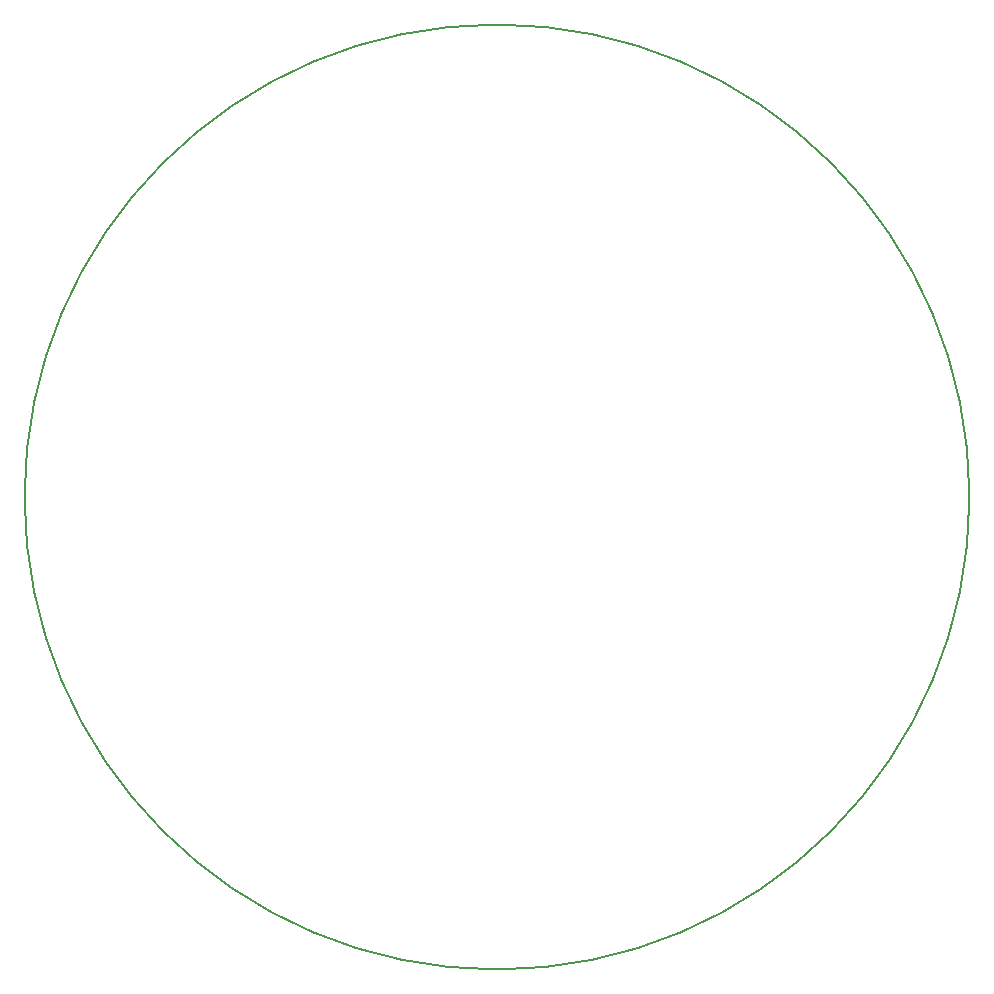
<source format=gbr>
%TF.GenerationSoftware,KiCad,Pcbnew,(5.1.9)-1*%
%TF.CreationDate,2021-08-08T15:33:04+02:00*%
%TF.ProjectId,nogasm,6e6f6761-736d-42e6-9b69-6361645f7063,rev?*%
%TF.SameCoordinates,Original*%
%TF.FileFunction,Profile,NP*%
%FSLAX46Y46*%
G04 Gerber Fmt 4.6, Leading zero omitted, Abs format (unit mm)*
G04 Created by KiCad (PCBNEW (5.1.9)-1) date 2021-08-08 15:33:04*
%MOMM*%
%LPD*%
G01*
G04 APERTURE LIST*
%TA.AperFunction,Profile*%
%ADD10C,0.150000*%
%TD*%
G04 APERTURE END LIST*
D10*
X180000000Y-90000000D02*
G75*
G03*
X180000000Y-90000000I-40000000J0D01*
G01*
M02*

</source>
